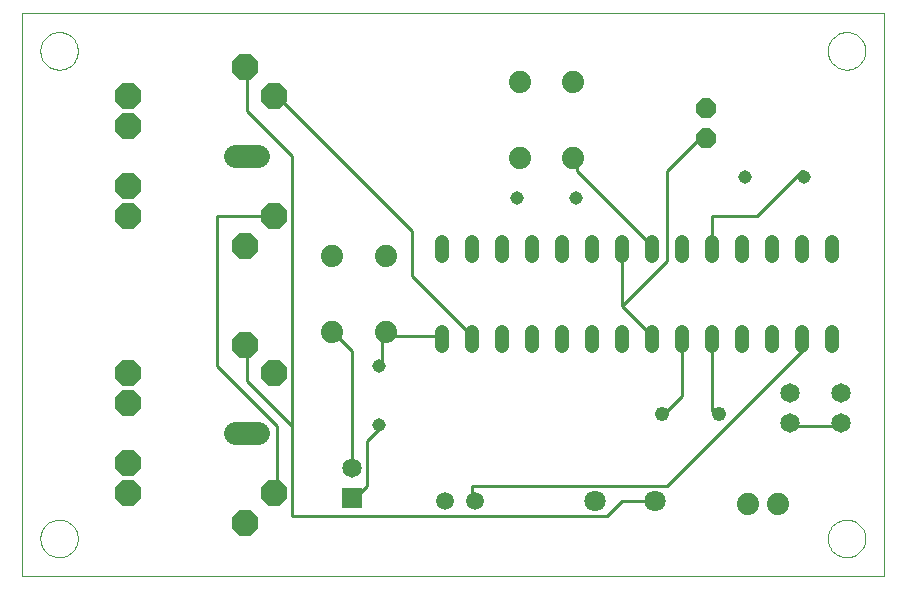
<source format=gtl>
G75*
G70*
%OFA0B0*%
%FSLAX24Y24*%
%IPPOS*%
%LPD*%
%AMOC8*
5,1,8,0,0,1.08239X$1,22.5*
%
%ADD10C,0.0000*%
%ADD11C,0.0480*%
%ADD12C,0.0740*%
%ADD13C,0.0450*%
%ADD14C,0.0480*%
%ADD15C,0.0650*%
%ADD16C,0.0780*%
%ADD17OC8,0.0860*%
%ADD18OC8,0.0660*%
%ADD19C,0.0591*%
%ADD20C,0.0709*%
%ADD21R,0.0650X0.0650*%
%ADD22C,0.0100*%
D10*
X000101Y000191D02*
X000101Y018941D01*
X028851Y018941D01*
X028851Y000191D01*
X000101Y000191D01*
X000726Y001441D02*
X000728Y001491D01*
X000734Y001540D01*
X000744Y001589D01*
X000757Y001636D01*
X000775Y001683D01*
X000796Y001728D01*
X000820Y001771D01*
X000848Y001812D01*
X000879Y001851D01*
X000913Y001887D01*
X000950Y001921D01*
X000990Y001951D01*
X001031Y001978D01*
X001075Y002002D01*
X001120Y002022D01*
X001167Y002038D01*
X001215Y002051D01*
X001264Y002060D01*
X001314Y002065D01*
X001363Y002066D01*
X001413Y002063D01*
X001462Y002056D01*
X001511Y002045D01*
X001558Y002031D01*
X001604Y002012D01*
X001649Y001990D01*
X001692Y001965D01*
X001732Y001936D01*
X001770Y001904D01*
X001806Y001870D01*
X001839Y001832D01*
X001868Y001792D01*
X001894Y001750D01*
X001917Y001706D01*
X001936Y001660D01*
X001952Y001613D01*
X001964Y001564D01*
X001972Y001515D01*
X001976Y001466D01*
X001976Y001416D01*
X001972Y001367D01*
X001964Y001318D01*
X001952Y001269D01*
X001936Y001222D01*
X001917Y001176D01*
X001894Y001132D01*
X001868Y001090D01*
X001839Y001050D01*
X001806Y001012D01*
X001770Y000978D01*
X001732Y000946D01*
X001692Y000917D01*
X001649Y000892D01*
X001604Y000870D01*
X001558Y000851D01*
X001511Y000837D01*
X001462Y000826D01*
X001413Y000819D01*
X001363Y000816D01*
X001314Y000817D01*
X001264Y000822D01*
X001215Y000831D01*
X001167Y000844D01*
X001120Y000860D01*
X001075Y000880D01*
X001031Y000904D01*
X000990Y000931D01*
X000950Y000961D01*
X000913Y000995D01*
X000879Y001031D01*
X000848Y001070D01*
X000820Y001111D01*
X000796Y001154D01*
X000775Y001199D01*
X000757Y001246D01*
X000744Y001293D01*
X000734Y001342D01*
X000728Y001391D01*
X000726Y001441D01*
X000726Y017691D02*
X000728Y017741D01*
X000734Y017790D01*
X000744Y017839D01*
X000757Y017886D01*
X000775Y017933D01*
X000796Y017978D01*
X000820Y018021D01*
X000848Y018062D01*
X000879Y018101D01*
X000913Y018137D01*
X000950Y018171D01*
X000990Y018201D01*
X001031Y018228D01*
X001075Y018252D01*
X001120Y018272D01*
X001167Y018288D01*
X001215Y018301D01*
X001264Y018310D01*
X001314Y018315D01*
X001363Y018316D01*
X001413Y018313D01*
X001462Y018306D01*
X001511Y018295D01*
X001558Y018281D01*
X001604Y018262D01*
X001649Y018240D01*
X001692Y018215D01*
X001732Y018186D01*
X001770Y018154D01*
X001806Y018120D01*
X001839Y018082D01*
X001868Y018042D01*
X001894Y018000D01*
X001917Y017956D01*
X001936Y017910D01*
X001952Y017863D01*
X001964Y017814D01*
X001972Y017765D01*
X001976Y017716D01*
X001976Y017666D01*
X001972Y017617D01*
X001964Y017568D01*
X001952Y017519D01*
X001936Y017472D01*
X001917Y017426D01*
X001894Y017382D01*
X001868Y017340D01*
X001839Y017300D01*
X001806Y017262D01*
X001770Y017228D01*
X001732Y017196D01*
X001692Y017167D01*
X001649Y017142D01*
X001604Y017120D01*
X001558Y017101D01*
X001511Y017087D01*
X001462Y017076D01*
X001413Y017069D01*
X001363Y017066D01*
X001314Y017067D01*
X001264Y017072D01*
X001215Y017081D01*
X001167Y017094D01*
X001120Y017110D01*
X001075Y017130D01*
X001031Y017154D01*
X000990Y017181D01*
X000950Y017211D01*
X000913Y017245D01*
X000879Y017281D01*
X000848Y017320D01*
X000820Y017361D01*
X000796Y017404D01*
X000775Y017449D01*
X000757Y017496D01*
X000744Y017543D01*
X000734Y017592D01*
X000728Y017641D01*
X000726Y017691D01*
X026976Y017691D02*
X026978Y017741D01*
X026984Y017790D01*
X026994Y017839D01*
X027007Y017886D01*
X027025Y017933D01*
X027046Y017978D01*
X027070Y018021D01*
X027098Y018062D01*
X027129Y018101D01*
X027163Y018137D01*
X027200Y018171D01*
X027240Y018201D01*
X027281Y018228D01*
X027325Y018252D01*
X027370Y018272D01*
X027417Y018288D01*
X027465Y018301D01*
X027514Y018310D01*
X027564Y018315D01*
X027613Y018316D01*
X027663Y018313D01*
X027712Y018306D01*
X027761Y018295D01*
X027808Y018281D01*
X027854Y018262D01*
X027899Y018240D01*
X027942Y018215D01*
X027982Y018186D01*
X028020Y018154D01*
X028056Y018120D01*
X028089Y018082D01*
X028118Y018042D01*
X028144Y018000D01*
X028167Y017956D01*
X028186Y017910D01*
X028202Y017863D01*
X028214Y017814D01*
X028222Y017765D01*
X028226Y017716D01*
X028226Y017666D01*
X028222Y017617D01*
X028214Y017568D01*
X028202Y017519D01*
X028186Y017472D01*
X028167Y017426D01*
X028144Y017382D01*
X028118Y017340D01*
X028089Y017300D01*
X028056Y017262D01*
X028020Y017228D01*
X027982Y017196D01*
X027942Y017167D01*
X027899Y017142D01*
X027854Y017120D01*
X027808Y017101D01*
X027761Y017087D01*
X027712Y017076D01*
X027663Y017069D01*
X027613Y017066D01*
X027564Y017067D01*
X027514Y017072D01*
X027465Y017081D01*
X027417Y017094D01*
X027370Y017110D01*
X027325Y017130D01*
X027281Y017154D01*
X027240Y017181D01*
X027200Y017211D01*
X027163Y017245D01*
X027129Y017281D01*
X027098Y017320D01*
X027070Y017361D01*
X027046Y017404D01*
X027025Y017449D01*
X027007Y017496D01*
X026994Y017543D01*
X026984Y017592D01*
X026978Y017641D01*
X026976Y017691D01*
X026976Y001441D02*
X026978Y001491D01*
X026984Y001540D01*
X026994Y001589D01*
X027007Y001636D01*
X027025Y001683D01*
X027046Y001728D01*
X027070Y001771D01*
X027098Y001812D01*
X027129Y001851D01*
X027163Y001887D01*
X027200Y001921D01*
X027240Y001951D01*
X027281Y001978D01*
X027325Y002002D01*
X027370Y002022D01*
X027417Y002038D01*
X027465Y002051D01*
X027514Y002060D01*
X027564Y002065D01*
X027613Y002066D01*
X027663Y002063D01*
X027712Y002056D01*
X027761Y002045D01*
X027808Y002031D01*
X027854Y002012D01*
X027899Y001990D01*
X027942Y001965D01*
X027982Y001936D01*
X028020Y001904D01*
X028056Y001870D01*
X028089Y001832D01*
X028118Y001792D01*
X028144Y001750D01*
X028167Y001706D01*
X028186Y001660D01*
X028202Y001613D01*
X028214Y001564D01*
X028222Y001515D01*
X028226Y001466D01*
X028226Y001416D01*
X028222Y001367D01*
X028214Y001318D01*
X028202Y001269D01*
X028186Y001222D01*
X028167Y001176D01*
X028144Y001132D01*
X028118Y001090D01*
X028089Y001050D01*
X028056Y001012D01*
X028020Y000978D01*
X027982Y000946D01*
X027942Y000917D01*
X027899Y000892D01*
X027854Y000870D01*
X027808Y000851D01*
X027761Y000837D01*
X027712Y000826D01*
X027663Y000819D01*
X027613Y000816D01*
X027564Y000817D01*
X027514Y000822D01*
X027465Y000831D01*
X027417Y000844D01*
X027370Y000860D01*
X027325Y000880D01*
X027281Y000904D01*
X027240Y000931D01*
X027200Y000961D01*
X027163Y000995D01*
X027129Y001031D01*
X027098Y001070D01*
X027070Y001111D01*
X027046Y001154D01*
X027025Y001199D01*
X027007Y001246D01*
X026994Y001293D01*
X026984Y001342D01*
X026978Y001391D01*
X026976Y001441D01*
D11*
X027101Y007851D02*
X027101Y008331D01*
X026101Y008331D02*
X026101Y007851D01*
X025101Y007851D02*
X025101Y008331D01*
X024101Y008331D02*
X024101Y007851D01*
X023101Y007851D02*
X023101Y008331D01*
X022101Y008331D02*
X022101Y007851D01*
X021101Y007851D02*
X021101Y008331D01*
X020101Y008331D02*
X020101Y007851D01*
X019101Y007851D02*
X019101Y008331D01*
X018101Y008331D02*
X018101Y007851D01*
X017101Y007851D02*
X017101Y008331D01*
X016101Y008331D02*
X016101Y007851D01*
X015101Y007851D02*
X015101Y008331D01*
X014101Y008331D02*
X014101Y007851D01*
X014101Y010851D02*
X014101Y011331D01*
X015101Y011331D02*
X015101Y010851D01*
X016101Y010851D02*
X016101Y011331D01*
X017101Y011331D02*
X017101Y010851D01*
X018101Y010851D02*
X018101Y011331D01*
X019101Y011331D02*
X019101Y010851D01*
X020101Y010851D02*
X020101Y011331D01*
X021101Y011331D02*
X021101Y010851D01*
X022101Y010851D02*
X022101Y011331D01*
X023101Y011331D02*
X023101Y010851D01*
X024101Y010851D02*
X024101Y011331D01*
X025101Y011331D02*
X025101Y010851D01*
X026101Y010851D02*
X026101Y011331D01*
X027101Y011331D02*
X027101Y010851D01*
D12*
X018491Y014111D03*
X016711Y014111D03*
X016711Y016671D03*
X018491Y016671D03*
X012241Y010871D03*
X010461Y010871D03*
X010461Y008311D03*
X012241Y008311D03*
X024301Y002591D03*
X025301Y002591D03*
D13*
X012001Y005207D03*
X012001Y007176D03*
X016617Y012791D03*
X018585Y012791D03*
X024217Y013491D03*
X026185Y013491D03*
D14*
X023351Y005591D03*
X021451Y005591D03*
D15*
X025701Y005291D03*
X025701Y006291D03*
X027401Y006291D03*
X027401Y005291D03*
X011101Y003791D03*
D16*
X007983Y004941D02*
X007203Y004941D01*
X007203Y014191D02*
X007983Y014191D01*
D17*
X008514Y012191D03*
X007554Y011191D03*
X003632Y012191D03*
X003632Y013191D03*
X003632Y015191D03*
X003632Y016191D03*
X007554Y017152D03*
X008514Y016191D03*
X007554Y007902D03*
X008514Y006941D03*
X003632Y006941D03*
X003632Y005941D03*
X003632Y003941D03*
X003632Y002941D03*
X007554Y001941D03*
X008514Y002941D03*
D18*
X022901Y014791D03*
X022901Y015791D03*
D19*
X015201Y002691D03*
X014201Y002691D03*
D20*
X019201Y002691D03*
X021201Y002691D03*
D21*
X011101Y002791D03*
D22*
X011101Y002691D01*
X011601Y003191D01*
X011601Y004691D01*
X012101Y005191D01*
X012001Y005207D01*
X011101Y003791D02*
X011101Y003691D01*
X011101Y003791D02*
X011101Y007691D01*
X010601Y008191D01*
X010461Y008311D01*
X012101Y008191D02*
X012241Y008311D01*
X012601Y008191D01*
X014101Y008191D01*
X014101Y008091D01*
X015101Y008091D02*
X015101Y008191D01*
X013101Y010191D01*
X013101Y011691D01*
X008601Y016191D01*
X008514Y016191D01*
X007601Y015691D02*
X009101Y014191D01*
X009101Y005191D01*
X007601Y006691D01*
X007601Y007691D01*
X007554Y007902D01*
X006601Y007191D02*
X008601Y005191D01*
X008601Y003191D01*
X008514Y002941D01*
X009101Y002191D02*
X009101Y005191D01*
X006601Y007191D02*
X006601Y012191D01*
X008514Y012191D01*
X007601Y015691D02*
X007601Y017191D01*
X007554Y017152D01*
X018491Y014111D02*
X018601Y014191D01*
X018601Y013691D01*
X021101Y011191D01*
X021101Y011091D01*
X021601Y010691D02*
X020101Y009191D01*
X020101Y011091D01*
X021601Y010691D02*
X021601Y013691D01*
X022601Y014691D01*
X022901Y014791D01*
X024601Y012191D02*
X026101Y013691D01*
X026185Y013491D01*
X024601Y012191D02*
X023101Y012191D01*
X023101Y011091D01*
X021101Y008191D02*
X020101Y009191D01*
X021101Y008191D02*
X021101Y008091D01*
X022101Y008091D02*
X022101Y006191D01*
X021601Y005691D01*
X021451Y005591D01*
X023101Y005691D02*
X023101Y008091D01*
X026101Y008091D02*
X026101Y007691D01*
X021601Y003191D01*
X015101Y003191D01*
X015101Y002691D01*
X015201Y002691D01*
X019601Y002191D02*
X009101Y002191D01*
X012001Y007176D02*
X012101Y007191D01*
X012101Y008191D01*
X019601Y002191D02*
X020101Y002691D01*
X021201Y002691D01*
X023101Y005691D02*
X023351Y005591D01*
X025601Y005191D02*
X025701Y005291D01*
X025601Y005191D02*
X027101Y005191D01*
X027401Y005291D01*
M02*

</source>
